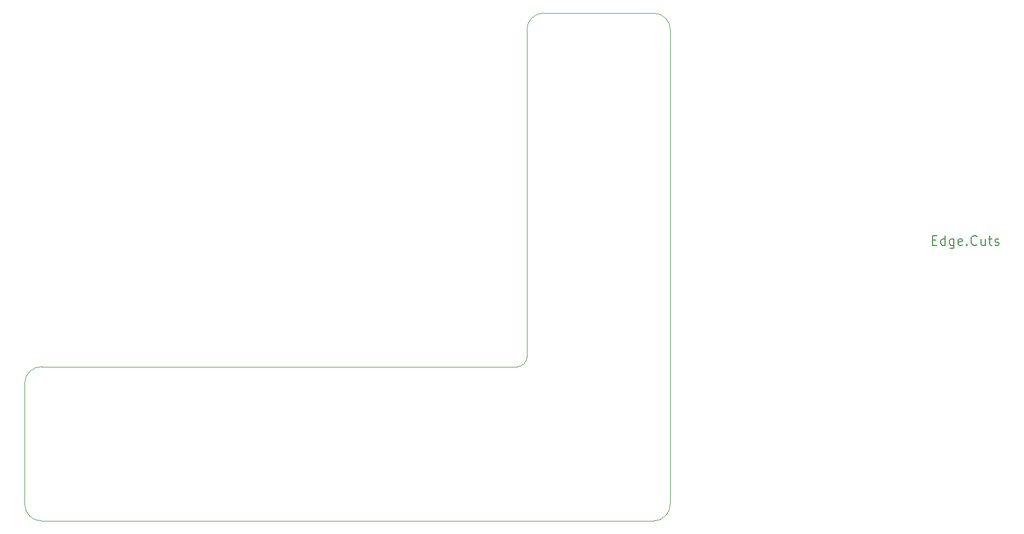
<source format=gbr>
%TF.GenerationSoftware,KiCad,Pcbnew,7.0.9-7.0.9~ubuntu20.04.1*%
%TF.CreationDate,2023-12-26T14:03:15-08:00*%
%TF.ProjectId,NX-IndicatorBoard,4e582d49-6e64-4696-9361-746f72426f61,1*%
%TF.SameCoordinates,Original*%
%TF.FileFunction,Profile,NP*%
%FSLAX46Y46*%
G04 Gerber Fmt 4.6, Leading zero omitted, Abs format (unit mm)*
G04 Created by KiCad (PCBNEW 7.0.9-7.0.9~ubuntu20.04.1) date 2023-12-26 14:03:15*
%MOMM*%
%LPD*%
G01*
G04 APERTURE LIST*
%TA.AperFunction,Profile*%
%ADD10C,0.100000*%
%TD*%
%ADD11C,0.187500*%
G04 APERTURE END LIST*
D10*
X62000000Y-123400000D02*
X62000000Y-104600000D01*
X162417028Y-49616972D02*
G75*
G03*
X159816972Y-47016972I-2600028J-28D01*
G01*
X159800000Y-126000000D02*
X64600000Y-126000000D01*
X159816972Y-47016972D02*
X142700000Y-47000000D01*
X162416972Y-49616972D02*
X162400000Y-123400000D01*
X142700000Y-47000000D02*
G75*
G03*
X140100000Y-49600000I0J-2600000D01*
G01*
X140100000Y-49600000D02*
X140100000Y-100500000D01*
X64600000Y-102000000D02*
X138600000Y-102000000D01*
X64600000Y-102000000D02*
G75*
G03*
X62000000Y-104600000I0J-2600000D01*
G01*
X159800000Y-126000000D02*
G75*
G03*
X162400000Y-123400000I0J2600000D01*
G01*
X138600000Y-102000000D02*
G75*
G03*
X140100000Y-100500000I0J1500000D01*
G01*
X62000000Y-123400000D02*
G75*
G03*
X64600000Y-126000000I2600000J0D01*
G01*
D11*
X203172497Y-82332964D02*
X203672497Y-82332964D01*
X203886783Y-83118678D02*
X203172497Y-83118678D01*
X203172497Y-83118678D02*
X203172497Y-81618678D01*
X203172497Y-81618678D02*
X203886783Y-81618678D01*
X205172498Y-83118678D02*
X205172498Y-81618678D01*
X205172498Y-83047250D02*
X205029640Y-83118678D01*
X205029640Y-83118678D02*
X204743926Y-83118678D01*
X204743926Y-83118678D02*
X204601069Y-83047250D01*
X204601069Y-83047250D02*
X204529640Y-82975821D01*
X204529640Y-82975821D02*
X204458212Y-82832964D01*
X204458212Y-82832964D02*
X204458212Y-82404392D01*
X204458212Y-82404392D02*
X204529640Y-82261535D01*
X204529640Y-82261535D02*
X204601069Y-82190107D01*
X204601069Y-82190107D02*
X204743926Y-82118678D01*
X204743926Y-82118678D02*
X205029640Y-82118678D01*
X205029640Y-82118678D02*
X205172498Y-82190107D01*
X206529641Y-82118678D02*
X206529641Y-83332964D01*
X206529641Y-83332964D02*
X206458212Y-83475821D01*
X206458212Y-83475821D02*
X206386783Y-83547250D01*
X206386783Y-83547250D02*
X206243926Y-83618678D01*
X206243926Y-83618678D02*
X206029641Y-83618678D01*
X206029641Y-83618678D02*
X205886783Y-83547250D01*
X206529641Y-83047250D02*
X206386783Y-83118678D01*
X206386783Y-83118678D02*
X206101069Y-83118678D01*
X206101069Y-83118678D02*
X205958212Y-83047250D01*
X205958212Y-83047250D02*
X205886783Y-82975821D01*
X205886783Y-82975821D02*
X205815355Y-82832964D01*
X205815355Y-82832964D02*
X205815355Y-82404392D01*
X205815355Y-82404392D02*
X205886783Y-82261535D01*
X205886783Y-82261535D02*
X205958212Y-82190107D01*
X205958212Y-82190107D02*
X206101069Y-82118678D01*
X206101069Y-82118678D02*
X206386783Y-82118678D01*
X206386783Y-82118678D02*
X206529641Y-82190107D01*
X207815355Y-83047250D02*
X207672498Y-83118678D01*
X207672498Y-83118678D02*
X207386784Y-83118678D01*
X207386784Y-83118678D02*
X207243926Y-83047250D01*
X207243926Y-83047250D02*
X207172498Y-82904392D01*
X207172498Y-82904392D02*
X207172498Y-82332964D01*
X207172498Y-82332964D02*
X207243926Y-82190107D01*
X207243926Y-82190107D02*
X207386784Y-82118678D01*
X207386784Y-82118678D02*
X207672498Y-82118678D01*
X207672498Y-82118678D02*
X207815355Y-82190107D01*
X207815355Y-82190107D02*
X207886784Y-82332964D01*
X207886784Y-82332964D02*
X207886784Y-82475821D01*
X207886784Y-82475821D02*
X207172498Y-82618678D01*
X208529640Y-82975821D02*
X208601069Y-83047250D01*
X208601069Y-83047250D02*
X208529640Y-83118678D01*
X208529640Y-83118678D02*
X208458212Y-83047250D01*
X208458212Y-83047250D02*
X208529640Y-82975821D01*
X208529640Y-82975821D02*
X208529640Y-83118678D01*
X210101069Y-82975821D02*
X210029641Y-83047250D01*
X210029641Y-83047250D02*
X209815355Y-83118678D01*
X209815355Y-83118678D02*
X209672498Y-83118678D01*
X209672498Y-83118678D02*
X209458212Y-83047250D01*
X209458212Y-83047250D02*
X209315355Y-82904392D01*
X209315355Y-82904392D02*
X209243926Y-82761535D01*
X209243926Y-82761535D02*
X209172498Y-82475821D01*
X209172498Y-82475821D02*
X209172498Y-82261535D01*
X209172498Y-82261535D02*
X209243926Y-81975821D01*
X209243926Y-81975821D02*
X209315355Y-81832964D01*
X209315355Y-81832964D02*
X209458212Y-81690107D01*
X209458212Y-81690107D02*
X209672498Y-81618678D01*
X209672498Y-81618678D02*
X209815355Y-81618678D01*
X209815355Y-81618678D02*
X210029641Y-81690107D01*
X210029641Y-81690107D02*
X210101069Y-81761535D01*
X211386784Y-82118678D02*
X211386784Y-83118678D01*
X210743926Y-82118678D02*
X210743926Y-82904392D01*
X210743926Y-82904392D02*
X210815355Y-83047250D01*
X210815355Y-83047250D02*
X210958212Y-83118678D01*
X210958212Y-83118678D02*
X211172498Y-83118678D01*
X211172498Y-83118678D02*
X211315355Y-83047250D01*
X211315355Y-83047250D02*
X211386784Y-82975821D01*
X211886784Y-82118678D02*
X212458212Y-82118678D01*
X212101069Y-81618678D02*
X212101069Y-82904392D01*
X212101069Y-82904392D02*
X212172498Y-83047250D01*
X212172498Y-83047250D02*
X212315355Y-83118678D01*
X212315355Y-83118678D02*
X212458212Y-83118678D01*
X212886784Y-83047250D02*
X213029641Y-83118678D01*
X213029641Y-83118678D02*
X213315355Y-83118678D01*
X213315355Y-83118678D02*
X213458212Y-83047250D01*
X213458212Y-83047250D02*
X213529641Y-82904392D01*
X213529641Y-82904392D02*
X213529641Y-82832964D01*
X213529641Y-82832964D02*
X213458212Y-82690107D01*
X213458212Y-82690107D02*
X213315355Y-82618678D01*
X213315355Y-82618678D02*
X213101070Y-82618678D01*
X213101070Y-82618678D02*
X212958212Y-82547250D01*
X212958212Y-82547250D02*
X212886784Y-82404392D01*
X212886784Y-82404392D02*
X212886784Y-82332964D01*
X212886784Y-82332964D02*
X212958212Y-82190107D01*
X212958212Y-82190107D02*
X213101070Y-82118678D01*
X213101070Y-82118678D02*
X213315355Y-82118678D01*
X213315355Y-82118678D02*
X213458212Y-82190107D01*
M02*

</source>
